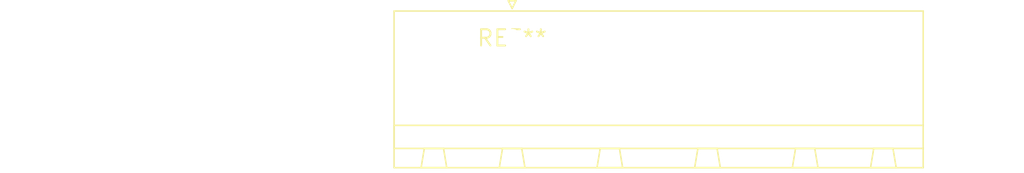
<source format=kicad_pcb>
(kicad_pcb (version 20240108) (generator pcbnew)
  (layers (0 "F.Cu" signal) (31 "B.Cu" signal) (34 "B.Paste" user) (35 "F.Paste" user) (36 "B.SilkS" user "B.Silkscreen") (37 "F.SilkS" user "F.Silkscreen") (38 "B.Mask" user) (39 "F.Mask" user) (44 "Edge.Cuts" user))
  (net 0 "")
  (footprint "PhoenixContact_GMSTB_2,5_4-GF-7,62_1x04_P7.62mm_Horizontal_ThreadedFlange" (layer "F.Cu") (at 0 0)
    (property "Reference" "REF**")
    (property "Value" "PhoenixContact_GMSTB_2,5_4-GF-7,62_1x04_P7.62mm_Horizontal_ThreadedFlange")
    (fp_line (start -9.21 -2.11) (end -9.21 10.11) (layer "F.SilkS") (stroke (width 0.12)))
    (fp_line (start -9.21 6.81) (end 32.07 6.81) (layer "F.SilkS") (stroke (width 0.12)))
    (fp_line (start -9.21 8.61) (end -9.21 6.81) (layer "F.SilkS") (stroke (width 0.12)))
    (fp_line (start -9.21 10.11) (end 32.07 10.11) (layer "F.SilkS") (stroke (width 0.12)))
    (fp_line (start -7.1 10.11) (end -5.1 10.11) (layer "F.SilkS") (stroke (width 0.12)))
    (fp_line (start -6.85 8.61) (end -7.1 10.11) (layer "F.SilkS") (stroke (width 0.12)))
    (fp_line (start -5.35 8.61) (end -6.85 8.61) (layer "F.SilkS") (stroke (width 0.12)))
    (fp_line (start -5.1 10.11) (end -5.35 8.61) (layer "F.SilkS") (stroke (width 0.12)))
    (fp_line (start -1 10.11) (end 1 10.11) (layer "F.SilkS") (stroke (width 0.12)))
    (fp_line (start -0.75 8.61) (end -1 10.11) (layer "F.SilkS") (stroke (width 0.12)))
    (fp_line (start -0.3 -2.91) (end 0.3 -2.91) (layer "F.SilkS") (stroke (width 0.12)))
    (fp_line (start 0 -2.31) (end -0.3 -2.91) (layer "F.SilkS") (stroke (width 0.12)))
    (fp_line (start 0.3 -2.91) (end 0 -2.31) (layer "F.SilkS") (stroke (width 0.12)))
    (fp_line (start 0.75 8.61) (end -0.75 8.61) (layer "F.SilkS") (stroke (width 0.12)))
    (fp_line (start 1 10.11) (end 0.75 8.61) (layer "F.SilkS") (stroke (width 0.12)))
    (fp_line (start 6.62 10.11) (end 8.62 10.11) (layer "F.SilkS") (stroke (width 0.12)))
    (fp_line (start 6.87 8.61) (end 6.62 10.11) (layer "F.SilkS") (stroke (width 0.12)))
    (fp_line (start 8.37 8.61) (end 6.87 8.61) (layer "F.SilkS") (stroke (width 0.12)))
    (fp_line (start 8.62 10.11) (end 8.37 8.61) (layer "F.SilkS") (stroke (width 0.12)))
    (fp_line (start 14.24 10.11) (end 16.24 10.11) (layer "F.SilkS") (stroke (width 0.12)))
    (fp_line (start 14.49 8.61) (end 14.24 10.11) (layer "F.SilkS") (stroke (width 0.12)))
    (fp_line (start 15.99 8.61) (end 14.49 8.61) (layer "F.SilkS") (stroke (width 0.12)))
    (fp_line (start 16.24 10.11) (end 15.99 8.61) (layer "F.SilkS") (stroke (width 0.12)))
    (fp_line (start 21.86 10.11) (end 23.86 10.11) (layer "F.SilkS") (stroke (width 0.12)))
    (fp_line (start 22.11 8.61) (end 21.86 10.11) (layer "F.SilkS") (stroke (width 0.12)))
    (fp_line (start 23.61 8.61) (end 22.11 8.61) (layer "F.SilkS") (stroke (width 0.12)))
    (fp_line (start 23.86 10.11) (end 23.61 8.61) (layer "F.SilkS") (stroke (width 0.12)))
    (fp_line (start 27.96 10.11) (end 29.96 10.11) (layer "F.SilkS") (stroke (width 0.12)))
    (fp_line (start 28.21 8.61) (end 27.96 10.11) (layer "F.SilkS") (stroke (width 0.12)))
    (fp_line (start 29.71 8.61) (end 28.21 8.61) (layer "F.SilkS") (stroke (width 0.12)))
    (fp_line (start 29.96 10.11) (end 29.71 8.61) (layer "F.SilkS") (stroke (width 0.12)))
    (fp_line (start 32.07 -2.11) (end -9.21 -2.11) (layer "F.SilkS") (stroke (width 0.12)))
    (fp_line (start 32.07 6.81) (end 32.07 8.61) (layer "F.SilkS") (stroke (width 0.12)))
    (fp_line (start 32.07 8.61) (end -9.21 8.61) (layer "F.SilkS") (stroke (width 0.12)))
    (fp_line (start 32.07 10.11) (end 32.07 -2.11) (layer "F.SilkS") (stroke (width 0.12)))
    (pad "1" thru_hole roundrect (at 0 0) (size 2.1 3.6) (drill 1.4) (layers *.Cu *.Mask) (remove_unused_layers) (roundrect_rratio 0.119048))
    (pad "2" thru_hole oval (at 7.62 0) (size 2.1 3.6) (drill 1.4) (layers *.Cu *.Mask) (remove_unused_layers))
    (pad "3" thru_hole oval (at 15.24 0) (size 2.1 3.6) (drill 1.4) (layers *.Cu *.Mask) (remove_unused_layers))
    (pad "4" thru_hole oval (at 22.86 0) (size 2.1 3.6) (drill 1.4) (layers *.Cu *.Mask) (remove_unused_layers))
  )
)
</source>
